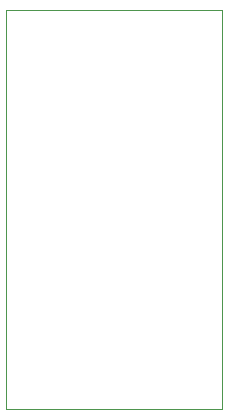
<source format=gm1>
G04 #@! TF.GenerationSoftware,KiCad,Pcbnew,5.1.12-84ad8e8a86~92~ubuntu20.04.1*
G04 #@! TF.CreationDate,2022-05-29T14:18:07-04:00*
G04 #@! TF.ProjectId,fluke9010-protection,666c756b-6539-4303-9130-2d70726f7465,rev?*
G04 #@! TF.SameCoordinates,Original*
G04 #@! TF.FileFunction,Profile,NP*
%FSLAX46Y46*%
G04 Gerber Fmt 4.6, Leading zero omitted, Abs format (unit mm)*
G04 Created by KiCad (PCBNEW 5.1.12-84ad8e8a86~92~ubuntu20.04.1) date 2022-05-29 14:18:07*
%MOMM*%
%LPD*%
G01*
G04 APERTURE LIST*
G04 #@! TA.AperFunction,Profile*
%ADD10C,0.050000*%
G04 #@! TD*
G04 APERTURE END LIST*
D10*
X125984000Y-97536000D02*
X125984000Y-63754000D01*
X144272000Y-97536000D02*
X125984000Y-97536000D01*
X144272000Y-63754000D02*
X144272000Y-97536000D01*
X125984000Y-63754000D02*
X144272000Y-63754000D01*
M02*

</source>
